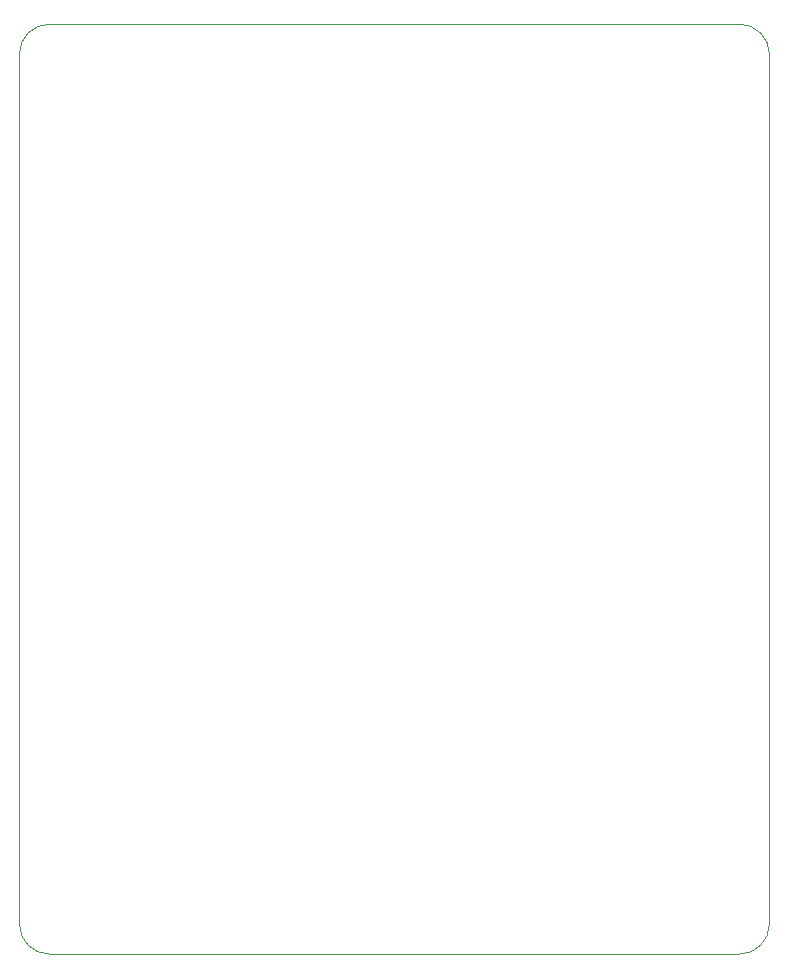
<source format=gm1>
G04 #@! TF.GenerationSoftware,KiCad,Pcbnew,7.0.1*
G04 #@! TF.CreationDate,2023-04-30T12:50:43-04:00*
G04 #@! TF.ProjectId,5v levelshifter board,3576206c-6576-4656-9c73-686966746572,rev?*
G04 #@! TF.SameCoordinates,Original*
G04 #@! TF.FileFunction,Profile,NP*
%FSLAX46Y46*%
G04 Gerber Fmt 4.6, Leading zero omitted, Abs format (unit mm)*
G04 Created by KiCad (PCBNEW 7.0.1) date 2023-04-30 12:50:43*
%MOMM*%
%LPD*%
G01*
G04 APERTURE LIST*
G04 #@! TA.AperFunction,Profile*
%ADD10C,0.100000*%
G04 #@! TD*
G04 APERTURE END LIST*
D10*
X120015000Y-146685000D02*
X120015000Y-73025000D01*
X122555000Y-70485000D02*
G75*
G03*
X120015000Y-73025000I0J-2540000D01*
G01*
X122555000Y-70485000D02*
X180975000Y-70485000D01*
X120015000Y-146685000D02*
G75*
G03*
X122555000Y-149225000I2540000J0D01*
G01*
X183515000Y-73025000D02*
X183515000Y-146685000D01*
X180975000Y-149225000D02*
X122555000Y-149225000D01*
X183515000Y-73025000D02*
G75*
G03*
X180975000Y-70485000I-2540000J0D01*
G01*
X180975000Y-149225000D02*
G75*
G03*
X183515000Y-146685000I0J2540000D01*
G01*
M02*

</source>
